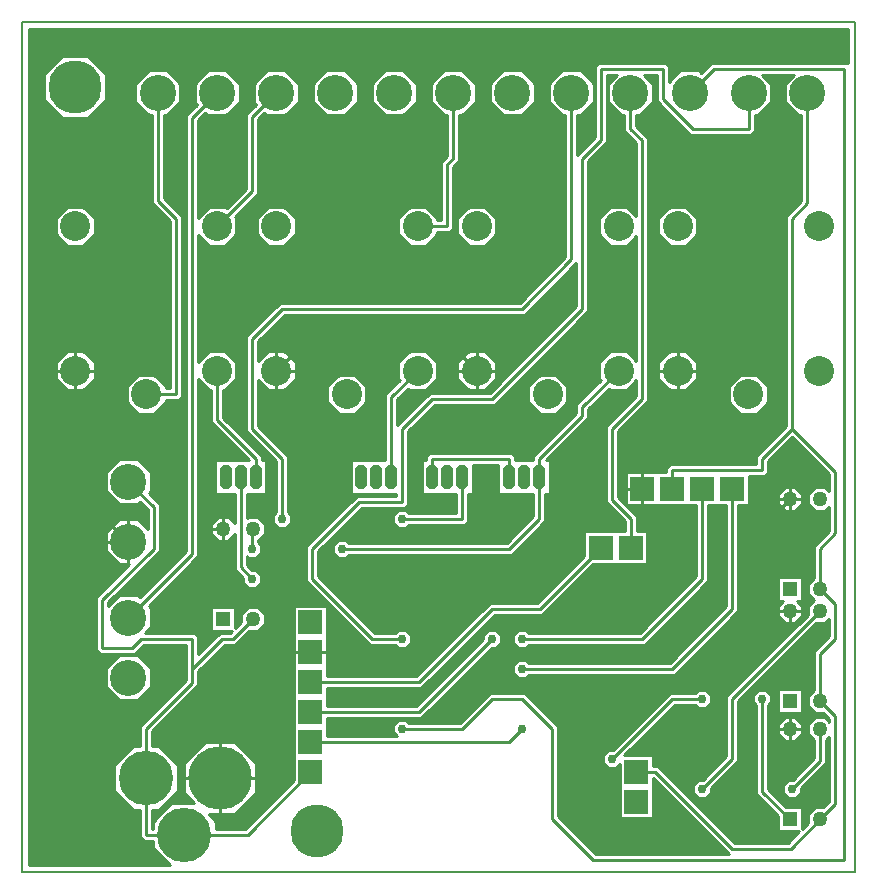
<source format=gbr>
G04 PROTEUS GERBER X2 FILE*
%TF.GenerationSoftware,Labcenter,Proteus,8.13-SP0-Build31525*%
%TF.CreationDate,2022-07-11T20:54:32+00:00*%
%TF.FileFunction,Copper,L2,Bot*%
%TF.FilePolarity,Positive*%
%TF.Part,Single*%
%TF.SameCoordinates,{67e9d6b1-9973-4f3b-b57f-a68231676cbc}*%
%FSLAX45Y45*%
%MOMM*%
G01*
%TA.AperFunction,Conductor*%
%ADD10C,0.254000*%
%TA.AperFunction,ViaPad*%
%ADD11C,0.762000*%
%TA.AperFunction,ComponentPad*%
%ADD12C,3.048000*%
%TA.AperFunction,ComponentPad*%
%ADD17R,1.270000X1.270000*%
%ADD18C,1.270000*%
%TA.AperFunction,ComponentPad*%
%ADD19C,2.540000*%
%TA.AperFunction,ComponentPad*%
%ADD70R,2.032000X2.032000*%
%TA.AperFunction,ComponentPad*%
%ADD71C,4.600000*%
%ADD20C,5.360000*%
%AMPPAD013*
4,1,34,
0.000010,1.040000,
0.106330,1.029650,
0.204650,0.999880,
0.293070,0.952590,
0.369690,0.889690,
0.432590,0.813070,
0.479880,0.724650,
0.509650,0.626330,
0.520000,0.520010,
0.520000,-0.520010,
0.509650,-0.626330,
0.479880,-0.724650,
0.432590,-0.813070,
0.369690,-0.889690,
0.293070,-0.952590,
0.204650,-0.999880,
0.106330,-1.029650,
-0.000010,-1.040000,
-0.106330,-1.029650,
-0.204650,-0.999880,
-0.293070,-0.952590,
-0.369690,-0.889690,
-0.432590,-0.813070,
-0.479880,-0.724650,
-0.509650,-0.626330,
-0.520000,-0.520010,
-0.520000,0.520010,
-0.509650,0.626330,
-0.479880,0.724650,
-0.432590,0.813070,
-0.369690,0.889690,
-0.293070,0.952590,
-0.204650,0.999880,
-0.106330,1.029650,
0.000010,1.040000,
0*%
%ADD21PPAD013*%
%TA.AperFunction,OtherPad,Unknown*%
%ADD23C,4.500000*%
%TA.AperFunction,Profile*%
%ADD24C,0.203200*%
%TD.AperFunction*%
G36*
X+6989040Y+6850292D02*
X+6982534Y+6856798D01*
X+5835838Y+6856798D01*
X+5749663Y+6770623D01*
X+5729787Y+6790499D01*
X+5571973Y+6790499D01*
X+5473439Y+6691965D01*
X+5473439Y+6827041D01*
X+5443681Y+6856799D01*
X+4879269Y+6856799D01*
X+4849511Y+6827041D01*
X+4849511Y+6223351D01*
X+4700919Y+6074759D01*
X+4700919Y+6409501D01*
X+4729027Y+6409501D01*
X+4840619Y+6521093D01*
X+4840619Y+6678907D01*
X+4729027Y+6790499D01*
X+4571213Y+6790499D01*
X+4459621Y+6678907D01*
X+4459621Y+6521093D01*
X+4571213Y+6409501D01*
X+4599321Y+6409501D01*
X+4599321Y+5211161D01*
X+4212959Y+4824799D01*
X+2180959Y+4824799D01*
X+1897201Y+4541041D01*
X+1897201Y+3736959D01*
X+2151201Y+3482959D01*
X+2151201Y+3052963D01*
X+2125801Y+3027563D01*
X+2125801Y+2964437D01*
X+2170437Y+2919801D01*
X+2233563Y+2919801D01*
X+2278199Y+2964437D01*
X+2278199Y+3027563D01*
X+2252799Y+3052963D01*
X+2252799Y+3525041D01*
X+1998799Y+3779041D01*
X+1998799Y+4167716D01*
X+2081614Y+4084901D01*
X+2218386Y+4084901D01*
X+2315099Y+4181614D01*
X+2315099Y+4318386D01*
X+2218386Y+4415099D01*
X+2081614Y+4415099D01*
X+1998799Y+4332284D01*
X+1998799Y+4498959D01*
X+2223041Y+4723201D01*
X+4255041Y+4723201D01*
X+4691201Y+5159361D01*
X+4691201Y+4795041D01*
X+3958959Y+4062799D01*
X+3450959Y+4062799D01*
X+3177799Y+3789639D01*
X+3177799Y+4005959D01*
X+3269178Y+4097338D01*
X+3281614Y+4084901D01*
X+3418386Y+4084901D01*
X+3515099Y+4181614D01*
X+3515099Y+4318386D01*
X+3418386Y+4415099D01*
X+3281614Y+4415099D01*
X+3184901Y+4318386D01*
X+3184901Y+4181614D01*
X+3197338Y+4169178D01*
X+3076201Y+4048041D01*
X+3076201Y+3492099D01*
X+2782901Y+3492099D01*
X+2782901Y+3207901D01*
X+3167201Y+3207901D01*
X+3167201Y+3190849D01*
X+2833009Y+3190849D01*
X+2405201Y+2763041D01*
X+2405201Y+2466959D01*
X+2942959Y+1929201D01*
X+3161037Y+1929201D01*
X+3186437Y+1903801D01*
X+3249563Y+1903801D01*
X+3294199Y+1948437D01*
X+3294199Y+2011563D01*
X+3249563Y+2056199D01*
X+3186437Y+2056199D01*
X+3161037Y+2030799D01*
X+2985041Y+2030799D01*
X+2506799Y+2509041D01*
X+2506799Y+2720959D01*
X+2875091Y+3089251D01*
X+3239041Y+3089251D01*
X+3268799Y+3119009D01*
X+3268799Y+3736959D01*
X+3493041Y+3961201D01*
X+4001041Y+3961201D01*
X+4792799Y+4752959D01*
X+4792799Y+6022959D01*
X+4951109Y+6181269D01*
X+4951109Y+6755201D01*
X+5036295Y+6755201D01*
X+4960001Y+6678907D01*
X+4960001Y+6521093D01*
X+5071593Y+6409501D01*
X+5099701Y+6409501D01*
X+5099701Y+6276959D01*
X+5199201Y+6177459D01*
X+5199201Y+5554284D01*
X+5118386Y+5635099D01*
X+4981614Y+5635099D01*
X+4884901Y+5538386D01*
X+4884901Y+5401614D01*
X+4981614Y+5304901D01*
X+5118386Y+5304901D01*
X+5199201Y+5385716D01*
X+5199201Y+4334284D01*
X+5118386Y+4415099D01*
X+4981614Y+4415099D01*
X+4884901Y+4318386D01*
X+4884901Y+4181614D01*
X+4897338Y+4169178D01*
X+4691201Y+3963041D01*
X+4691201Y+3890041D01*
X+4326201Y+3525041D01*
X+4326201Y+3492099D01*
X+4173799Y+3492099D01*
X+4173799Y+3525041D01*
X+4144041Y+3554799D01*
X+3451959Y+3554799D01*
X+3422201Y+3525041D01*
X+3422201Y+3492099D01*
X+3382901Y+3492099D01*
X+3382901Y+3207901D01*
X+3676201Y+3207901D01*
X+3676201Y+3046799D01*
X+3274963Y+3046799D01*
X+3249563Y+3072199D01*
X+3186437Y+3072199D01*
X+3141801Y+3027563D01*
X+3141801Y+2964437D01*
X+3186437Y+2919801D01*
X+3249563Y+2919801D01*
X+3274963Y+2945201D01*
X+3748041Y+2945201D01*
X+3777799Y+2974959D01*
X+3777799Y+3207901D01*
X+3817099Y+3207901D01*
X+3817099Y+3453201D01*
X+4032901Y+3453201D01*
X+4032901Y+3207901D01*
X+4326201Y+3207901D01*
X+4326201Y+3017041D01*
X+4101959Y+2792799D01*
X+2766963Y+2792799D01*
X+2741563Y+2818199D01*
X+2678437Y+2818199D01*
X+2633801Y+2773563D01*
X+2633801Y+2710437D01*
X+2678437Y+2665801D01*
X+2741563Y+2665801D01*
X+2766963Y+2691201D01*
X+4144041Y+2691201D01*
X+4427799Y+2974959D01*
X+4427799Y+3207901D01*
X+4467099Y+3207901D01*
X+4467099Y+3492099D01*
X+4436939Y+3492099D01*
X+4792799Y+3847959D01*
X+4792799Y+3920959D01*
X+4969178Y+4097338D01*
X+4981614Y+4084901D01*
X+5118386Y+4084901D01*
X+5199201Y+4165716D01*
X+5199201Y+4033041D01*
X+4945201Y+3779041D01*
X+4945201Y+3132959D01*
X+5103201Y+2974959D01*
X+5103201Y+2889699D01*
X+4760301Y+2889699D01*
X+4760301Y+2682141D01*
X+4362959Y+2284799D01*
X+3958959Y+2284799D01*
X+3336959Y+1662799D01*
X+2579398Y+1662799D01*
X+2579398Y+2259699D01*
X+2300000Y+2259699D01*
X+2300000Y+782141D01*
X+1888658Y+370799D01*
X+1643099Y+370799D01*
X+1643099Y+431050D01*
X+1580248Y+493901D01*
X+1801790Y+493901D01*
X+1981099Y+673210D01*
X+1981099Y+926790D01*
X+1801790Y+1106099D01*
X+1548210Y+1106099D01*
X+1368901Y+926790D01*
X+1368901Y+673210D01*
X+1454012Y+588099D01*
X+1263950Y+588099D01*
X+1106901Y+431050D01*
X+1106901Y+370799D01*
X+1100799Y+370799D01*
X+1100799Y+531901D01*
X+1161050Y+531901D01*
X+1318099Y+688950D01*
X+1318099Y+911050D01*
X+1161050Y+1068099D01*
X+1100798Y+1068099D01*
X+1100798Y+1196958D01*
X+1490799Y+1586959D01*
X+1490799Y+1704959D01*
X+1715041Y+1929201D01*
X+1805041Y+1929201D01*
X+1924241Y+2048401D01*
X+1996084Y+2048401D01*
X+2055599Y+2107916D01*
X+2055599Y+2192084D01*
X+1996084Y+2251599D01*
X+1911916Y+2251599D01*
X+1852401Y+2192084D01*
X+1852401Y+2120241D01*
X+1801599Y+2069439D01*
X+1801599Y+2251599D01*
X+1598401Y+2251599D01*
X+1598401Y+2048401D01*
X+1780561Y+2048401D01*
X+1762959Y+2030799D01*
X+1672959Y+2030799D01*
X+1490799Y+1848639D01*
X+1490799Y+2001041D01*
X+1461041Y+2030799D01*
X+1042205Y+2030799D01*
X+1090499Y+2079093D01*
X+1090499Y+2236907D01*
X+1070623Y+2256783D01*
X+1490799Y+2676959D01*
X+1490799Y+4175716D01*
X+1581614Y+4084901D01*
X+1599201Y+4084901D01*
X+1599202Y+3809958D01*
X+1917061Y+3492099D01*
X+1632901Y+3492099D01*
X+1632901Y+3207901D01*
X+1799201Y+3207901D01*
X+1799201Y+2956482D01*
X+1742084Y+3013599D01*
X+1657916Y+3013599D01*
X+1598401Y+2954084D01*
X+1598401Y+2869916D01*
X+1657916Y+2810401D01*
X+1742084Y+2810401D01*
X+1799201Y+2867518D01*
X+1799201Y+2564959D01*
X+1871801Y+2492359D01*
X+1871801Y+2456437D01*
X+1916437Y+2411801D01*
X+1979563Y+2411801D01*
X+2024199Y+2456437D01*
X+2024199Y+2519563D01*
X+1979563Y+2564199D01*
X+1943641Y+2564199D01*
X+1900799Y+2607041D01*
X+1900799Y+2681439D01*
X+1916437Y+2665801D01*
X+1979563Y+2665801D01*
X+2024199Y+2710437D01*
X+2024199Y+2773563D01*
X+1998799Y+2798963D01*
X+1998799Y+2813116D01*
X+2055599Y+2869916D01*
X+2055599Y+2954084D01*
X+1996084Y+3013599D01*
X+1911916Y+3013599D01*
X+1900799Y+3002482D01*
X+1900799Y+3207901D01*
X+2067099Y+3207901D01*
X+2067099Y+3492099D01*
X+2027799Y+3492099D01*
X+2027799Y+3525041D01*
X+1700798Y+3852042D01*
X+1700799Y+4084901D01*
X+1718386Y+4084901D01*
X+1815099Y+4181614D01*
X+1815099Y+4318386D01*
X+1718386Y+4415099D01*
X+1581614Y+4415099D01*
X+1490799Y+4324284D01*
X+1490799Y+5395716D01*
X+1581614Y+5304901D01*
X+1718386Y+5304901D01*
X+1815099Y+5401614D01*
X+1815099Y+5538386D01*
X+1802662Y+5550822D01*
X+1998799Y+5746959D01*
X+1998799Y+6376199D01*
X+2051977Y+6429377D01*
X+2071853Y+6409501D01*
X+2229667Y+6409501D01*
X+2341259Y+6521093D01*
X+2341259Y+6678907D01*
X+2229667Y+6790499D01*
X+2071853Y+6790499D01*
X+1960261Y+6678907D01*
X+1960261Y+6521093D01*
X+1980137Y+6501217D01*
X+1897201Y+6418281D01*
X+1897201Y+5789041D01*
X+1730822Y+5622662D01*
X+1718386Y+5635099D01*
X+1581614Y+5635099D01*
X+1490799Y+5544284D01*
X+1490799Y+6368579D01*
X+1551597Y+6429377D01*
X+1571473Y+6409501D01*
X+1729287Y+6409501D01*
X+1840879Y+6521093D01*
X+1840879Y+6678907D01*
X+1729287Y+6790499D01*
X+1571473Y+6790499D01*
X+1459881Y+6678907D01*
X+1459881Y+6521093D01*
X+1479757Y+6501217D01*
X+1389201Y+6410661D01*
X+1389201Y+2719041D01*
X+998783Y+2328623D01*
X+978907Y+2348499D01*
X+821093Y+2348499D01*
X+728799Y+2256205D01*
X+728799Y+2286109D01*
X+1163649Y+2720959D01*
X+1163649Y+3116191D01*
X+1070623Y+3209217D01*
X+1090499Y+3229093D01*
X+1090499Y+3386907D01*
X+978907Y+3498499D01*
X+821093Y+3498499D01*
X+709501Y+3386907D01*
X+709501Y+3229093D01*
X+821093Y+3117501D01*
X+978907Y+3117501D01*
X+998783Y+3137377D01*
X+1062051Y+3074109D01*
X+1062051Y+2907355D01*
X+978907Y+2990499D01*
X+821093Y+2990499D01*
X+709501Y+2878907D01*
X+709501Y+2721093D01*
X+821093Y+2609501D01*
X+908511Y+2609501D01*
X+627201Y+2328191D01*
X+627201Y+1882959D01*
X+656959Y+1853201D01*
X+953041Y+1853201D01*
X+1029041Y+1929201D01*
X+1389201Y+1929201D01*
X+1389201Y+1629041D01*
X+999202Y+1239042D01*
X+999202Y+1068099D01*
X+938950Y+1068099D01*
X+781901Y+911050D01*
X+781901Y+688950D01*
X+938950Y+531901D01*
X+999201Y+531901D01*
X+999201Y+298959D01*
X+1028959Y+269201D01*
X+1106901Y+269201D01*
X+1106901Y+208950D01*
X+1254891Y+60960D01*
X+60960Y+60960D01*
X+60960Y+7139040D01*
X+6989040Y+7139040D01*
X+6989040Y+6850292D01*
G37*
%LPC*%
G36*
X+1340499Y+6678907D02*
X+1340499Y+6521093D01*
X+1228907Y+6409501D01*
X+1200799Y+6409501D01*
X+1200799Y+5707041D01*
X+1350799Y+5557041D01*
X+1350799Y+4028959D01*
X+1321041Y+3999201D01*
X+1215099Y+3999201D01*
X+1215099Y+3981614D01*
X+1118386Y+3884901D01*
X+981614Y+3884901D01*
X+884901Y+3981614D01*
X+884901Y+4118386D01*
X+981614Y+4215099D01*
X+1118386Y+4215099D01*
X+1215099Y+4118386D01*
X+1215099Y+4100799D01*
X+1249201Y+4100799D01*
X+1249201Y+5514959D01*
X+1099201Y+5664959D01*
X+1099201Y+6409501D01*
X+1071093Y+6409501D01*
X+959501Y+6521093D01*
X+959501Y+6678907D01*
X+1071093Y+6790499D01*
X+1228907Y+6790499D01*
X+1340499Y+6678907D01*
G37*
G36*
X+2460641Y+6521093D02*
X+2460641Y+6678907D01*
X+2572233Y+6790499D01*
X+2730047Y+6790499D01*
X+2841639Y+6678907D01*
X+2841639Y+6521093D01*
X+2730047Y+6409501D01*
X+2572233Y+6409501D01*
X+2460641Y+6521093D01*
G37*
G36*
X+2958481Y+6521093D02*
X+2958481Y+6678907D01*
X+3070073Y+6790499D01*
X+3227887Y+6790499D01*
X+3339479Y+6678907D01*
X+3339479Y+6521093D01*
X+3227887Y+6409501D01*
X+3070073Y+6409501D01*
X+2958481Y+6521093D01*
G37*
G36*
X+3839859Y+6678907D02*
X+3839859Y+6521093D01*
X+3728267Y+6409501D01*
X+3700159Y+6409501D01*
X+3700158Y+6022958D01*
X+3650799Y+5973599D01*
X+3650799Y+5448959D01*
X+3621041Y+5419201D01*
X+3515099Y+5419201D01*
X+3515099Y+5401614D01*
X+3418386Y+5304901D01*
X+3281614Y+5304901D01*
X+3184901Y+5401614D01*
X+3184901Y+5538386D01*
X+3281614Y+5635099D01*
X+3418386Y+5635099D01*
X+3515099Y+5538386D01*
X+3515099Y+5520799D01*
X+3549201Y+5520799D01*
X+3549201Y+6015681D01*
X+3598562Y+6065042D01*
X+3598561Y+6409501D01*
X+3570453Y+6409501D01*
X+3458861Y+6521093D01*
X+3458861Y+6678907D01*
X+3570453Y+6790499D01*
X+3728267Y+6790499D01*
X+3839859Y+6678907D01*
G37*
G36*
X+3959241Y+6521093D02*
X+3959241Y+6678907D01*
X+4070833Y+6790499D01*
X+4228647Y+6790499D01*
X+4340239Y+6678907D01*
X+4340239Y+6521093D01*
X+4228647Y+6409501D01*
X+4070833Y+6409501D01*
X+3959241Y+6521093D01*
G37*
G36*
X+978907Y+1459501D02*
X+821093Y+1459501D01*
X+709501Y+1571093D01*
X+709501Y+1728907D01*
X+821093Y+1840499D01*
X+978907Y+1840499D01*
X+1090499Y+1728907D01*
X+1090499Y+1571093D01*
X+978907Y+1459501D01*
G37*
G36*
X+2818386Y+3884901D02*
X+2681614Y+3884901D01*
X+2584901Y+3981614D01*
X+2584901Y+4118386D01*
X+2681614Y+4215099D01*
X+2818386Y+4215099D01*
X+2915099Y+4118386D01*
X+2915099Y+3981614D01*
X+2818386Y+3884901D01*
G37*
G36*
X+2218386Y+5304901D02*
X+2081614Y+5304901D01*
X+1984901Y+5401614D01*
X+1984901Y+5538386D01*
X+2081614Y+5635099D01*
X+2218386Y+5635099D01*
X+2315099Y+5538386D01*
X+2315099Y+5401614D01*
X+2218386Y+5304901D01*
G37*
G36*
X+518386Y+4084901D02*
X+381614Y+4084901D01*
X+284901Y+4181614D01*
X+284901Y+4318386D01*
X+381614Y+4415099D01*
X+518386Y+4415099D01*
X+615099Y+4318386D01*
X+615099Y+4181614D01*
X+518386Y+4084901D01*
G37*
G36*
X+518386Y+5304901D02*
X+381614Y+5304901D01*
X+284901Y+5401614D01*
X+284901Y+5538386D01*
X+381614Y+5635099D01*
X+518386Y+5635099D01*
X+615099Y+5538386D01*
X+615099Y+5401614D01*
X+518386Y+5304901D01*
G37*
G36*
X+3918386Y+4084901D02*
X+3781614Y+4084901D01*
X+3684901Y+4181614D01*
X+3684901Y+4318386D01*
X+3781614Y+4415099D01*
X+3918386Y+4415099D01*
X+4015099Y+4318386D01*
X+4015099Y+4181614D01*
X+3918386Y+4084901D01*
G37*
G36*
X+4518386Y+3884901D02*
X+4381614Y+3884901D01*
X+4284901Y+3981614D01*
X+4284901Y+4118386D01*
X+4381614Y+4215099D01*
X+4518386Y+4215099D01*
X+4615099Y+4118386D01*
X+4615099Y+3981614D01*
X+4518386Y+3884901D01*
G37*
G36*
X+3918386Y+5304901D02*
X+3781614Y+5304901D01*
X+3684901Y+5401614D01*
X+3684901Y+5538386D01*
X+3781614Y+5635099D01*
X+3918386Y+5635099D01*
X+4015099Y+5538386D01*
X+4015099Y+5401614D01*
X+3918386Y+5304901D01*
G37*
G36*
X+186901Y+6541021D02*
X+186901Y+6758979D01*
X+341021Y+6913099D01*
X+558979Y+6913099D01*
X+713099Y+6758979D01*
X+713099Y+6541021D01*
X+558979Y+6386901D01*
X+341021Y+6386901D01*
X+186901Y+6541021D01*
G37*
G36*
X+2932250Y+2474849D02*
X+2932250Y+2501151D01*
X+2950849Y+2519750D01*
X+2977151Y+2519750D01*
X+2995750Y+2501151D01*
X+2995750Y+2474849D01*
X+2977151Y+2456250D01*
X+2950849Y+2456250D01*
X+2932250Y+2474849D01*
G37*
%LPD*%
G36*
X+6458601Y+6678907D02*
X+6458601Y+6521093D01*
X+6570193Y+6409501D01*
X+6598301Y+6409501D01*
X+6598301Y+5686141D01*
X+6469201Y+5557041D01*
X+6469201Y+3779041D01*
X+6215201Y+3525041D01*
X+6215201Y+3456374D01*
X+5482959Y+3456374D01*
X+5453201Y+3426616D01*
X+5453201Y+3389699D01*
X+5110301Y+3389699D01*
X+5110301Y+3111539D01*
X+5046799Y+3175041D01*
X+5046799Y+3736959D01*
X+5300799Y+3990959D01*
X+5300799Y+6219541D01*
X+5201299Y+6319041D01*
X+5201299Y+6409501D01*
X+5229407Y+6409501D01*
X+5340999Y+6521093D01*
X+5340999Y+6678907D01*
X+5264705Y+6755201D01*
X+5371841Y+6755201D01*
X+5371841Y+6530959D01*
X+5655599Y+6247201D01*
X+6172301Y+6247201D01*
X+6202059Y+6276959D01*
X+6202059Y+6409501D01*
X+6230167Y+6409501D01*
X+6341759Y+6521093D01*
X+6341759Y+6678907D01*
X+6265464Y+6755202D01*
X+6534896Y+6755202D01*
X+6458601Y+6678907D01*
G37*
%LPC*%
G36*
X+5618386Y+4084901D02*
X+5481614Y+4084901D01*
X+5384901Y+4181614D01*
X+5384901Y+4318386D01*
X+5481614Y+4415099D01*
X+5618386Y+4415099D01*
X+5715099Y+4318386D01*
X+5715099Y+4181614D01*
X+5618386Y+4084901D01*
G37*
G36*
X+6218386Y+3884901D02*
X+6081614Y+3884901D01*
X+5984901Y+3981614D01*
X+5984901Y+4118386D01*
X+6081614Y+4215099D01*
X+6218386Y+4215099D01*
X+6315099Y+4118386D01*
X+6315099Y+3981614D01*
X+6218386Y+3884901D01*
G37*
G36*
X+5618386Y+5304901D02*
X+5481614Y+5304901D01*
X+5384901Y+5401614D01*
X+5384901Y+5538386D01*
X+5481614Y+5635099D01*
X+5618386Y+5635099D01*
X+5715099Y+5538386D01*
X+5715099Y+5401614D01*
X+5618386Y+5304901D01*
G37*
%LPD*%
G36*
X+6832347Y+3373813D02*
X+6832347Y+3227336D01*
X+6796084Y+3263599D01*
X+6711916Y+3263599D01*
X+6652401Y+3204084D01*
X+6652401Y+3119916D01*
X+6711916Y+3060401D01*
X+6796084Y+3060401D01*
X+6832347Y+3096664D01*
X+6832347Y+2892187D01*
X+6703201Y+2763041D01*
X+6703201Y+2492884D01*
X+6652401Y+2442084D01*
X+6652401Y+2357916D01*
X+6704317Y+2306000D01*
X+6652401Y+2254084D01*
X+6652401Y+2182241D01*
X+5961201Y+1491041D01*
X+5961201Y+985041D01*
X+5762359Y+786199D01*
X+5726437Y+786199D01*
X+5681801Y+741563D01*
X+5681801Y+678437D01*
X+5726437Y+633801D01*
X+5789563Y+633801D01*
X+5834199Y+678437D01*
X+5834199Y+714359D01*
X+6062799Y+942959D01*
X+6062799Y+1448959D01*
X+6724241Y+2110401D01*
X+6796084Y+2110401D01*
X+6832347Y+2146664D01*
X+6832347Y+2001041D01*
X+6703201Y+1871895D01*
X+6703201Y+1542884D01*
X+6652401Y+1492084D01*
X+6652401Y+1407916D01*
X+6711916Y+1348401D01*
X+6783759Y+1348401D01*
X+6832347Y+1299813D01*
X+6832347Y+1277336D01*
X+6796084Y+1313599D01*
X+6711916Y+1313599D01*
X+6652401Y+1254084D01*
X+6652401Y+1169916D01*
X+6703201Y+1119116D01*
X+6703201Y+965041D01*
X+6524359Y+786199D01*
X+6488437Y+786199D01*
X+6443801Y+741563D01*
X+6443801Y+678437D01*
X+6488437Y+633801D01*
X+6551563Y+633801D01*
X+6596199Y+678437D01*
X+6596199Y+714359D01*
X+6804799Y+922959D01*
X+6804799Y+1119116D01*
X+6832347Y+1146664D01*
X+6832347Y+600187D01*
X+6783759Y+551599D01*
X+6711916Y+551599D01*
X+6652401Y+492084D01*
X+6652401Y+420241D01*
X+6601599Y+369439D01*
X+6601599Y+551599D01*
X+6470241Y+551599D01*
X+6316799Y+705041D01*
X+6316799Y+1415037D01*
X+6342199Y+1440437D01*
X+6342199Y+1503563D01*
X+6297563Y+1548199D01*
X+6234437Y+1548199D01*
X+6189801Y+1503563D01*
X+6189801Y+1440437D01*
X+6215201Y+1415037D01*
X+6215201Y+662959D01*
X+6398401Y+479759D01*
X+6398401Y+348401D01*
X+6580561Y+348401D01*
X+6484959Y+252799D01*
X+6033041Y+252799D01*
X+5381041Y+904799D01*
X+5339699Y+904799D01*
X+5339699Y+993699D01*
X+5097539Y+993699D01*
X+5525041Y+1421201D01*
X+5701037Y+1421201D01*
X+5726437Y+1395801D01*
X+5789563Y+1395801D01*
X+5834199Y+1440437D01*
X+5834199Y+1503563D01*
X+5789563Y+1548199D01*
X+5726437Y+1548199D01*
X+5701037Y+1522799D01*
X+5482959Y+1522799D01*
X+5000359Y+1040199D01*
X+4964437Y+1040199D01*
X+4919801Y+995563D01*
X+4919801Y+932437D01*
X+4964437Y+887801D01*
X+5027563Y+887801D01*
X+5060301Y+920539D01*
X+5060301Y+460301D01*
X+5339699Y+460301D01*
X+5339699Y+802461D01*
X+5985281Y+156879D01*
X+4858961Y+156879D01*
X+4538799Y+477041D01*
X+4538799Y+1239041D01*
X+4255041Y+1522799D01*
X+3958959Y+1522799D01*
X+3704959Y+1268799D01*
X+3274963Y+1268799D01*
X+3249563Y+1294199D01*
X+3186437Y+1294199D01*
X+3141801Y+1249563D01*
X+3141801Y+1186437D01*
X+3173439Y+1154799D01*
X+2579398Y+1154799D01*
X+2579398Y+1307201D01*
X+3379041Y+1307201D01*
X+3975641Y+1903801D01*
X+4011563Y+1903801D01*
X+4056199Y+1948437D01*
X+4056199Y+2011563D01*
X+4011563Y+2056199D01*
X+3948437Y+2056199D01*
X+3903801Y+2011563D01*
X+3903801Y+1975641D01*
X+3336959Y+1408799D01*
X+2579398Y+1408799D01*
X+2579398Y+1561201D01*
X+3379041Y+1561201D01*
X+4001041Y+2183201D01*
X+4405041Y+2183201D01*
X+4832141Y+2610301D01*
X+5293699Y+2610301D01*
X+5293699Y+2889699D01*
X+5204799Y+2889699D01*
X+5204799Y+3017041D01*
X+5111539Y+3110301D01*
X+5707201Y+3110301D01*
X+5707201Y+2509041D01*
X+5228959Y+2030799D01*
X+4290963Y+2030799D01*
X+4265563Y+2056199D01*
X+4202437Y+2056199D01*
X+4157801Y+2011563D01*
X+4157801Y+1948437D01*
X+4202437Y+1903801D01*
X+4265563Y+1903801D01*
X+4290963Y+1929201D01*
X+5271041Y+1929201D01*
X+5808799Y+2466959D01*
X+5808799Y+3110301D01*
X+5961201Y+3110301D01*
X+5961201Y+2255041D01*
X+5482959Y+1776799D01*
X+4290963Y+1776799D01*
X+4265563Y+1802199D01*
X+4202437Y+1802199D01*
X+4157801Y+1757563D01*
X+4157801Y+1694437D01*
X+4202437Y+1649801D01*
X+4265563Y+1649801D01*
X+4290963Y+1675201D01*
X+5525041Y+1675201D01*
X+6062799Y+2212959D01*
X+6062799Y+3110301D01*
X+6151699Y+3110301D01*
X+6151699Y+3354776D01*
X+6287042Y+3354776D01*
X+6316799Y+3384533D01*
X+6316799Y+3482959D01*
X+6520000Y+3686160D01*
X+6832347Y+3373813D01*
G37*
%LPC*%
G36*
X+6601599Y+2298401D02*
X+6557282Y+2298401D01*
X+6601599Y+2254084D01*
X+6601599Y+2169916D01*
X+6542084Y+2110401D01*
X+6457916Y+2110401D01*
X+6398401Y+2169916D01*
X+6398401Y+2254084D01*
X+6442718Y+2298401D01*
X+6398401Y+2298401D01*
X+6398401Y+2501599D01*
X+6601599Y+2501599D01*
X+6601599Y+2298401D01*
G37*
G36*
X+6398401Y+3119916D02*
X+6398401Y+3204084D01*
X+6457916Y+3263599D01*
X+6542084Y+3263599D01*
X+6601599Y+3204084D01*
X+6601599Y+3119916D01*
X+6542084Y+3060401D01*
X+6457916Y+3060401D01*
X+6398401Y+3119916D01*
G37*
G36*
X+6398401Y+1551599D02*
X+6601599Y+1551599D01*
X+6601599Y+1348401D01*
X+6398401Y+1348401D01*
X+6398401Y+1551599D01*
G37*
G36*
X+6398401Y+1169916D02*
X+6398401Y+1254084D01*
X+6457916Y+1313599D01*
X+6542084Y+1313599D01*
X+6601599Y+1254084D01*
X+6601599Y+1169916D01*
X+6542084Y+1110401D01*
X+6457916Y+1110401D01*
X+6398401Y+1169916D01*
G37*
%LPD*%
D10*
X+1050000Y+4050000D02*
X+1300000Y+4050000D01*
X+1300000Y+5536000D01*
X+1150000Y+5686000D01*
X+1150000Y+6600000D01*
X+1650380Y+6600000D02*
X+1440000Y+6389620D01*
X+1440000Y+2698000D01*
X+900000Y+2158000D01*
X+2150760Y+6600000D02*
X+1948000Y+6397240D01*
X+1948000Y+5768000D01*
X+1650000Y+5470000D01*
X+3649360Y+6600000D02*
X+3649360Y+6044000D01*
X+3600000Y+5994640D01*
X+3600000Y+5470000D01*
X+3350000Y+5470000D01*
X+2202000Y+2996000D02*
X+2202000Y+3504000D01*
X+1948000Y+3758000D01*
X+1948000Y+4520000D01*
X+2202000Y+4774000D01*
X+4234000Y+4774000D01*
X+4650120Y+5190120D01*
X+4650120Y+6600000D01*
X+5150500Y+6600000D02*
X+5150500Y+6298000D01*
X+5250000Y+6198500D01*
X+5250000Y+4012000D01*
X+4996000Y+3758000D01*
X+4996000Y+3154000D01*
X+5154000Y+2996000D01*
X+5154000Y+2750000D01*
X+3218000Y+1218000D02*
X+3726000Y+1218000D01*
X+3980000Y+1472000D01*
X+4234000Y+1472000D01*
X+4488000Y+1218000D01*
X+4488000Y+456000D01*
X+4837920Y+106080D01*
X+6961493Y+106080D01*
X+6961493Y+6806000D01*
X+5856880Y+6806000D01*
X+5650880Y+6600000D01*
X+3218000Y+1980000D02*
X+2964000Y+1980000D01*
X+2456000Y+2488000D01*
X+2456000Y+2742000D01*
X+2854050Y+3140050D01*
X+3218000Y+3140050D01*
X+3218000Y+3758000D01*
X+3472000Y+4012000D01*
X+3980000Y+4012000D01*
X+4742000Y+4774000D01*
X+4742000Y+6044000D01*
X+4900310Y+6202310D01*
X+4900310Y+6806000D01*
X+5422640Y+6806000D01*
X+5422640Y+6552000D01*
X+5676640Y+6298000D01*
X+6151260Y+6298000D01*
X+6151260Y+6600000D01*
X+1948000Y+2742000D02*
X+1948000Y+2906000D01*
X+1954000Y+2912000D01*
X+1948000Y+2488000D02*
X+1850000Y+2586000D01*
X+1850000Y+3350000D01*
X+1977000Y+3350000D02*
X+1977000Y+3504000D01*
X+1650000Y+3831000D01*
X+1650000Y+4250000D01*
X+4234000Y+1218000D02*
X+4120000Y+1104000D01*
X+2439699Y+1104000D01*
X+4377000Y+3350000D02*
X+4377000Y+3504000D01*
X+4742000Y+3869000D01*
X+4742000Y+3942000D01*
X+5050000Y+4250000D01*
X+4377000Y+3350000D02*
X+4377000Y+2996000D01*
X+4123000Y+2742000D01*
X+2710000Y+2742000D01*
X+5758000Y+710000D02*
X+6012000Y+964000D01*
X+6012000Y+1470000D01*
X+6754000Y+2212000D01*
X+3727000Y+3350000D02*
X+3727000Y+2996000D01*
X+3218000Y+2996000D01*
X+4996000Y+964000D02*
X+5504000Y+1472000D01*
X+5758000Y+1472000D01*
X+6266000Y+1472000D02*
X+6266000Y+684000D01*
X+6500000Y+450000D01*
X+6520000Y+710000D02*
X+6754000Y+944000D01*
X+6754000Y+1212000D01*
X+3350000Y+4250000D02*
X+3127000Y+4027000D01*
X+3127000Y+3350000D01*
X+4900000Y+2750000D02*
X+4384000Y+2234000D01*
X+3980000Y+2234000D01*
X+3358000Y+1612000D01*
X+2439699Y+1612000D01*
X+4234000Y+1726000D02*
X+5504000Y+1726000D01*
X+6012000Y+2234000D01*
X+6012000Y+3250000D01*
X+4234000Y+1980000D02*
X+5250000Y+1980000D01*
X+5758000Y+2488000D01*
X+5758000Y+3250000D01*
X+3980000Y+1980000D02*
X+3358000Y+1358000D01*
X+2439699Y+1358000D01*
X+6754000Y+450000D02*
X+6506000Y+202000D01*
X+6012000Y+202000D01*
X+5360000Y+854000D01*
X+5200000Y+854000D01*
X+1375000Y+320000D02*
X+1909699Y+320000D01*
X+2439699Y+850000D01*
X+1050000Y+800000D02*
X+1050000Y+1218000D01*
X+1440000Y+1608000D01*
X+1440000Y+1726000D01*
X+6520000Y+3758000D02*
X+6520000Y+5536000D01*
X+6649100Y+5665100D01*
X+6649100Y+6600000D01*
X+900000Y+3308000D02*
X+1112850Y+3095150D01*
X+1112850Y+2742000D01*
X+678000Y+2307150D01*
X+678000Y+1904000D01*
X+932000Y+1904000D01*
X+1008000Y+1980000D01*
X+1440000Y+1980000D01*
X+1440000Y+1726000D01*
X+6754000Y+2400000D02*
X+6754000Y+2742000D01*
X+6883146Y+2871146D01*
X+6883146Y+3394854D01*
X+6520000Y+3758000D01*
X+1375000Y+320000D02*
X+1050000Y+320000D01*
X+1050000Y+800000D01*
X+5504000Y+3250000D02*
X+5504000Y+3405575D01*
X+6266000Y+3405575D01*
X+1954000Y+2150000D02*
X+1784000Y+1980000D01*
X+1694000Y+1980000D01*
X+1440000Y+1726000D01*
X+6754000Y+1450000D02*
X+6883146Y+1320854D01*
X+6883146Y+579146D01*
X+6754000Y+450000D01*
X+6754000Y+2400000D02*
X+6883146Y+2270854D01*
X+6883146Y+1980000D01*
X+6754000Y+1850854D01*
X+6754000Y+1450000D01*
X+4123000Y+3350000D02*
X+4123000Y+3504000D01*
X+3473000Y+3504000D01*
X+3473000Y+3350000D01*
X+6266000Y+3504000D02*
X+6520000Y+3758000D01*
X+6266000Y+3504000D02*
X+6266000Y+3416687D01*
X+6266000Y+3405575D01*
X+2202000Y+1866000D02*
X+1675000Y+1339000D01*
X+1675000Y+800000D01*
X+1700000Y+2912000D02*
X+1700000Y+2331700D01*
X+1948000Y+2331700D01*
X+2202000Y+2077700D01*
X+2202000Y+1866000D01*
X+900000Y+2800000D02*
X+450000Y+3250000D01*
X+450000Y+4250000D01*
X+2439699Y+1866000D02*
X+2202000Y+1866000D01*
X+2439699Y+1866000D02*
X+3357700Y+1866000D01*
X+3357700Y+2234000D01*
X+3103700Y+2488000D01*
X+2964000Y+2488000D01*
X+5550000Y+4250000D02*
X+5550000Y+3758000D01*
X+5250000Y+3458000D01*
X+5250000Y+3250000D01*
X+2150000Y+4250000D02*
X+2420000Y+4520000D01*
X+3580000Y+4520000D01*
X+3850000Y+4250000D01*
X+6500000Y+3162000D02*
X+6266000Y+2928000D01*
X+6266000Y+2212000D01*
X+6500000Y+2212000D01*
D11*
X+2202000Y+2996000D03*
X+3218000Y+1218000D03*
X+3218000Y+1980000D03*
X+1948000Y+2742000D03*
X+1948000Y+2488000D03*
X+4234000Y+1218000D03*
X+2710000Y+2742000D03*
X+5758000Y+710000D03*
X+3218000Y+2996000D03*
X+5758000Y+1472000D03*
X+4996000Y+964000D03*
X+6266000Y+1472000D03*
X+6520000Y+710000D03*
X+4234000Y+1726000D03*
X+4234000Y+1980000D03*
X+3980000Y+1980000D03*
X+2964000Y+2488000D03*
D10*
X+6989040Y+6850292D02*
X+6982534Y+6856798D01*
X+5835838Y+6856798D01*
X+5749663Y+6770623D01*
X+5729787Y+6790499D01*
X+5571973Y+6790499D01*
X+5473439Y+6691965D01*
X+5473439Y+6827041D01*
X+5443681Y+6856799D01*
X+4879269Y+6856799D01*
X+4849511Y+6827041D01*
X+4849511Y+6223351D01*
X+4700919Y+6074759D01*
X+4700919Y+6409501D01*
X+4729027Y+6409501D01*
X+4840619Y+6521093D01*
X+4840619Y+6678907D01*
X+4729027Y+6790499D01*
X+4571213Y+6790499D01*
X+4459621Y+6678907D01*
X+4459621Y+6521093D01*
X+4571213Y+6409501D01*
X+4599321Y+6409501D01*
X+4599321Y+5211161D01*
X+4212959Y+4824799D01*
X+2180959Y+4824799D01*
X+1897201Y+4541041D01*
X+1897201Y+3736959D01*
X+2151201Y+3482959D01*
X+2151201Y+3052963D01*
X+2125801Y+3027563D01*
X+2125801Y+2964437D01*
X+2170437Y+2919801D01*
X+2233563Y+2919801D01*
X+2278199Y+2964437D01*
X+2278199Y+3027563D01*
X+2252799Y+3052963D01*
X+2252799Y+3525041D01*
X+1998799Y+3779041D01*
X+1998799Y+4167716D01*
X+2081614Y+4084901D01*
X+2218386Y+4084901D01*
X+2315099Y+4181614D01*
X+2315099Y+4318386D01*
X+2218386Y+4415099D01*
X+2081614Y+4415099D01*
X+1998799Y+4332284D01*
X+1998799Y+4498959D01*
X+2223041Y+4723201D01*
X+4255041Y+4723201D01*
X+4691201Y+5159361D01*
X+4691201Y+4795041D01*
X+3958959Y+4062799D01*
X+3450959Y+4062799D01*
X+3177799Y+3789639D01*
X+3177799Y+4005959D01*
X+3269178Y+4097338D01*
X+3281614Y+4084901D01*
X+3418386Y+4084901D01*
X+3515099Y+4181614D01*
X+3515099Y+4318386D01*
X+3418386Y+4415099D01*
X+3281614Y+4415099D01*
X+3184901Y+4318386D01*
X+3184901Y+4181614D01*
X+3197338Y+4169178D01*
X+3076201Y+4048041D01*
X+3076201Y+3492099D01*
X+2782901Y+3492099D01*
X+2782901Y+3207901D01*
X+3167201Y+3207901D01*
X+3167201Y+3190849D01*
X+2833009Y+3190849D01*
X+2405201Y+2763041D01*
X+2405201Y+2466959D01*
X+2942959Y+1929201D01*
X+3161037Y+1929201D01*
X+3186437Y+1903801D01*
X+3249563Y+1903801D01*
X+3294199Y+1948437D01*
X+3294199Y+2011563D01*
X+3249563Y+2056199D01*
X+3186437Y+2056199D01*
X+3161037Y+2030799D01*
X+2985041Y+2030799D01*
X+2506799Y+2509041D01*
X+2506799Y+2720959D01*
X+2875091Y+3089251D01*
X+3239041Y+3089251D01*
X+3268799Y+3119009D01*
X+3268799Y+3736959D01*
X+3493041Y+3961201D01*
X+4001041Y+3961201D01*
X+4792799Y+4752959D01*
X+4792799Y+6022959D01*
X+4951109Y+6181269D01*
X+4951109Y+6755201D01*
X+5036295Y+6755201D01*
X+4960001Y+6678907D01*
X+4960001Y+6521093D01*
X+5071593Y+6409501D01*
X+5099701Y+6409501D01*
X+5099701Y+6276959D01*
X+5199201Y+6177459D01*
X+5199201Y+5554284D01*
X+5118386Y+5635099D01*
X+4981614Y+5635099D01*
X+4884901Y+5538386D01*
X+4884901Y+5401614D01*
X+4981614Y+5304901D01*
X+5118386Y+5304901D01*
X+5199201Y+5385716D01*
X+5199201Y+4334284D01*
X+5118386Y+4415099D01*
X+4981614Y+4415099D01*
X+4884901Y+4318386D01*
X+4884901Y+4181614D01*
X+4897338Y+4169178D01*
X+4691201Y+3963041D01*
X+4691201Y+3890041D01*
X+4326201Y+3525041D01*
X+4326201Y+3492099D01*
X+4173799Y+3492099D01*
X+4173799Y+3525041D01*
X+4144041Y+3554799D01*
X+3451959Y+3554799D01*
X+3422201Y+3525041D01*
X+3422201Y+3492099D01*
X+3382901Y+3492099D01*
X+3382901Y+3207901D01*
X+3676201Y+3207901D01*
X+3676201Y+3046799D01*
X+3274963Y+3046799D01*
X+3249563Y+3072199D01*
X+3186437Y+3072199D01*
X+3141801Y+3027563D01*
X+3141801Y+2964437D01*
X+3186437Y+2919801D01*
X+3249563Y+2919801D01*
X+3274963Y+2945201D01*
X+3748041Y+2945201D01*
X+3777799Y+2974959D01*
X+3777799Y+3207901D01*
X+3817099Y+3207901D01*
X+3817099Y+3453201D01*
X+4032901Y+3453201D01*
X+4032901Y+3207901D01*
X+4326201Y+3207901D01*
X+4326201Y+3017041D01*
X+4101959Y+2792799D01*
X+2766963Y+2792799D01*
X+2741563Y+2818199D01*
X+2678437Y+2818199D01*
X+2633801Y+2773563D01*
X+2633801Y+2710437D01*
X+2678437Y+2665801D01*
X+2741563Y+2665801D01*
X+2766963Y+2691201D01*
X+4144041Y+2691201D01*
X+4427799Y+2974959D01*
X+4427799Y+3207901D01*
X+4467099Y+3207901D01*
X+4467099Y+3492099D01*
X+4436939Y+3492099D01*
X+4792799Y+3847959D01*
X+4792799Y+3920959D01*
X+4969178Y+4097338D01*
X+4981614Y+4084901D01*
X+5118386Y+4084901D01*
X+5199201Y+4165716D01*
X+5199201Y+4033041D01*
X+4945201Y+3779041D01*
X+4945201Y+3132959D01*
X+5103201Y+2974959D01*
X+5103201Y+2889699D01*
X+4760301Y+2889699D01*
X+4760301Y+2682141D01*
X+4362959Y+2284799D01*
X+3958959Y+2284799D01*
X+3336959Y+1662799D01*
X+2579398Y+1662799D01*
X+2579398Y+2259699D01*
X+2300000Y+2259699D01*
X+2300000Y+782141D01*
X+1888658Y+370799D01*
X+1643099Y+370799D01*
X+1643099Y+431050D01*
X+1580248Y+493901D01*
X+1801790Y+493901D01*
X+1981099Y+673210D01*
X+1981099Y+926790D01*
X+1801790Y+1106099D01*
X+1548210Y+1106099D01*
X+1368901Y+926790D01*
X+1368901Y+673210D01*
X+1454012Y+588099D01*
X+1263950Y+588099D01*
X+1106901Y+431050D01*
X+1106901Y+370799D01*
X+1100799Y+370799D01*
X+1100799Y+531901D01*
X+1161050Y+531901D01*
X+1318099Y+688950D01*
X+1318099Y+911050D01*
X+1161050Y+1068099D01*
X+1100798Y+1068099D01*
X+1100798Y+1196958D01*
X+1490799Y+1586959D01*
X+1490799Y+1704959D01*
X+1715041Y+1929201D01*
X+1805041Y+1929201D01*
X+1924241Y+2048401D01*
X+1996084Y+2048401D01*
X+2055599Y+2107916D01*
X+2055599Y+2192084D01*
X+1996084Y+2251599D01*
X+1911916Y+2251599D01*
X+1852401Y+2192084D01*
X+1852401Y+2120241D01*
X+1801599Y+2069439D01*
X+1801599Y+2251599D01*
X+1598401Y+2251599D01*
X+1598401Y+2048401D01*
X+1780561Y+2048401D01*
X+1762959Y+2030799D01*
X+1672959Y+2030799D01*
X+1490799Y+1848639D01*
X+1490799Y+2001041D01*
X+1461041Y+2030799D01*
X+1042205Y+2030799D01*
X+1090499Y+2079093D01*
X+1090499Y+2236907D01*
X+1070623Y+2256783D01*
X+1490799Y+2676959D01*
X+1490799Y+4175716D01*
X+1581614Y+4084901D01*
X+1599201Y+4084901D01*
X+1599202Y+3809958D01*
X+1917061Y+3492099D01*
X+1632901Y+3492099D01*
X+1632901Y+3207901D01*
X+1799201Y+3207901D01*
X+1799201Y+2956482D01*
X+1742084Y+3013599D01*
X+1657916Y+3013599D01*
X+1598401Y+2954084D01*
X+1598401Y+2869916D01*
X+1657916Y+2810401D01*
X+1742084Y+2810401D01*
X+1799201Y+2867518D01*
X+1799201Y+2564959D01*
X+1871801Y+2492359D01*
X+1871801Y+2456437D01*
X+1916437Y+2411801D01*
X+1979563Y+2411801D01*
X+2024199Y+2456437D01*
X+2024199Y+2519563D01*
X+1979563Y+2564199D01*
X+1943641Y+2564199D01*
X+1900799Y+2607041D01*
X+1900799Y+2681439D01*
X+1916437Y+2665801D01*
X+1979563Y+2665801D01*
X+2024199Y+2710437D01*
X+2024199Y+2773563D01*
X+1998799Y+2798963D01*
X+1998799Y+2813116D01*
X+2055599Y+2869916D01*
X+2055599Y+2954084D01*
X+1996084Y+3013599D01*
X+1911916Y+3013599D01*
X+1900799Y+3002482D01*
X+1900799Y+3207901D01*
X+2067099Y+3207901D01*
X+2067099Y+3492099D01*
X+2027799Y+3492099D01*
X+2027799Y+3525041D01*
X+1700798Y+3852042D01*
X+1700799Y+4084901D01*
X+1718386Y+4084901D01*
X+1815099Y+4181614D01*
X+1815099Y+4318386D01*
X+1718386Y+4415099D01*
X+1581614Y+4415099D01*
X+1490799Y+4324284D01*
X+1490799Y+5395716D01*
X+1581614Y+5304901D01*
X+1718386Y+5304901D01*
X+1815099Y+5401614D01*
X+1815099Y+5538386D01*
X+1802662Y+5550822D01*
X+1998799Y+5746959D01*
X+1998799Y+6376199D01*
X+2051977Y+6429377D01*
X+2071853Y+6409501D01*
X+2229667Y+6409501D01*
X+2341259Y+6521093D01*
X+2341259Y+6678907D01*
X+2229667Y+6790499D01*
X+2071853Y+6790499D01*
X+1960261Y+6678907D01*
X+1960261Y+6521093D01*
X+1980137Y+6501217D01*
X+1897201Y+6418281D01*
X+1897201Y+5789041D01*
X+1730822Y+5622662D01*
X+1718386Y+5635099D01*
X+1581614Y+5635099D01*
X+1490799Y+5544284D01*
X+1490799Y+6368579D01*
X+1551597Y+6429377D01*
X+1571473Y+6409501D01*
X+1729287Y+6409501D01*
X+1840879Y+6521093D01*
X+1840879Y+6678907D01*
X+1729287Y+6790499D01*
X+1571473Y+6790499D01*
X+1459881Y+6678907D01*
X+1459881Y+6521093D01*
X+1479757Y+6501217D01*
X+1389201Y+6410661D01*
X+1389201Y+2719041D01*
X+998783Y+2328623D01*
X+978907Y+2348499D01*
X+821093Y+2348499D01*
X+728799Y+2256205D01*
X+728799Y+2286109D01*
X+1163649Y+2720959D01*
X+1163649Y+3116191D01*
X+1070623Y+3209217D01*
X+1090499Y+3229093D01*
X+1090499Y+3386907D01*
X+978907Y+3498499D01*
X+821093Y+3498499D01*
X+709501Y+3386907D01*
X+709501Y+3229093D01*
X+821093Y+3117501D01*
X+978907Y+3117501D01*
X+998783Y+3137377D01*
X+1062051Y+3074109D01*
X+1062051Y+2907355D01*
X+978907Y+2990499D01*
X+821093Y+2990499D01*
X+709501Y+2878907D01*
X+709501Y+2721093D01*
X+821093Y+2609501D01*
X+908511Y+2609501D01*
X+627201Y+2328191D01*
X+627201Y+1882959D01*
X+656959Y+1853201D01*
X+953041Y+1853201D01*
X+1029041Y+1929201D01*
X+1389201Y+1929201D01*
X+1389201Y+1629041D01*
X+999202Y+1239042D01*
X+999202Y+1068099D01*
X+938950Y+1068099D01*
X+781901Y+911050D01*
X+781901Y+688950D01*
X+938950Y+531901D01*
X+999201Y+531901D01*
X+999201Y+298959D01*
X+1028959Y+269201D01*
X+1106901Y+269201D01*
X+1106901Y+208950D01*
X+1254891Y+60960D01*
X+60960Y+60960D01*
X+60960Y+7139040D01*
X+6989040Y+7139040D01*
X+6989040Y+6850292D01*
X+1340499Y+6678907D02*
X+1340499Y+6521093D01*
X+1228907Y+6409501D01*
X+1200799Y+6409501D01*
X+1200799Y+5707041D01*
X+1350799Y+5557041D01*
X+1350799Y+4028959D01*
X+1321041Y+3999201D01*
X+1215099Y+3999201D01*
X+1215099Y+3981614D01*
X+1118386Y+3884901D01*
X+981614Y+3884901D01*
X+884901Y+3981614D01*
X+884901Y+4118386D01*
X+981614Y+4215099D01*
X+1118386Y+4215099D01*
X+1215099Y+4118386D01*
X+1215099Y+4100799D01*
X+1249201Y+4100799D01*
X+1249201Y+5514959D01*
X+1099201Y+5664959D01*
X+1099201Y+6409501D01*
X+1071093Y+6409501D01*
X+959501Y+6521093D01*
X+959501Y+6678907D01*
X+1071093Y+6790499D01*
X+1228907Y+6790499D01*
X+1340499Y+6678907D01*
X+2460641Y+6521093D02*
X+2460641Y+6678907D01*
X+2572233Y+6790499D01*
X+2730047Y+6790499D01*
X+2841639Y+6678907D01*
X+2841639Y+6521093D01*
X+2730047Y+6409501D01*
X+2572233Y+6409501D01*
X+2460641Y+6521093D01*
X+2958481Y+6521093D02*
X+2958481Y+6678907D01*
X+3070073Y+6790499D01*
X+3227887Y+6790499D01*
X+3339479Y+6678907D01*
X+3339479Y+6521093D01*
X+3227887Y+6409501D01*
X+3070073Y+6409501D01*
X+2958481Y+6521093D01*
X+3839859Y+6678907D02*
X+3839859Y+6521093D01*
X+3728267Y+6409501D01*
X+3700159Y+6409501D01*
X+3700158Y+6022958D01*
X+3650799Y+5973599D01*
X+3650799Y+5448959D01*
X+3621041Y+5419201D01*
X+3515099Y+5419201D01*
X+3515099Y+5401614D01*
X+3418386Y+5304901D01*
X+3281614Y+5304901D01*
X+3184901Y+5401614D01*
X+3184901Y+5538386D01*
X+3281614Y+5635099D01*
X+3418386Y+5635099D01*
X+3515099Y+5538386D01*
X+3515099Y+5520799D01*
X+3549201Y+5520799D01*
X+3549201Y+6015681D01*
X+3598562Y+6065042D01*
X+3598561Y+6409501D01*
X+3570453Y+6409501D01*
X+3458861Y+6521093D01*
X+3458861Y+6678907D01*
X+3570453Y+6790499D01*
X+3728267Y+6790499D01*
X+3839859Y+6678907D01*
X+3959241Y+6521093D02*
X+3959241Y+6678907D01*
X+4070833Y+6790499D01*
X+4228647Y+6790499D01*
X+4340239Y+6678907D01*
X+4340239Y+6521093D01*
X+4228647Y+6409501D01*
X+4070833Y+6409501D01*
X+3959241Y+6521093D01*
X+978907Y+1459501D02*
X+821093Y+1459501D01*
X+709501Y+1571093D01*
X+709501Y+1728907D01*
X+821093Y+1840499D01*
X+978907Y+1840499D01*
X+1090499Y+1728907D01*
X+1090499Y+1571093D01*
X+978907Y+1459501D01*
X+2818386Y+3884901D02*
X+2681614Y+3884901D01*
X+2584901Y+3981614D01*
X+2584901Y+4118386D01*
X+2681614Y+4215099D01*
X+2818386Y+4215099D01*
X+2915099Y+4118386D01*
X+2915099Y+3981614D01*
X+2818386Y+3884901D01*
X+2218386Y+5304901D02*
X+2081614Y+5304901D01*
X+1984901Y+5401614D01*
X+1984901Y+5538386D01*
X+2081614Y+5635099D01*
X+2218386Y+5635099D01*
X+2315099Y+5538386D01*
X+2315099Y+5401614D01*
X+2218386Y+5304901D01*
X+518386Y+4084901D02*
X+381614Y+4084901D01*
X+284901Y+4181614D01*
X+284901Y+4318386D01*
X+381614Y+4415099D01*
X+518386Y+4415099D01*
X+615099Y+4318386D01*
X+615099Y+4181614D01*
X+518386Y+4084901D01*
X+518386Y+5304901D02*
X+381614Y+5304901D01*
X+284901Y+5401614D01*
X+284901Y+5538386D01*
X+381614Y+5635099D01*
X+518386Y+5635099D01*
X+615099Y+5538386D01*
X+615099Y+5401614D01*
X+518386Y+5304901D01*
X+3918386Y+4084901D02*
X+3781614Y+4084901D01*
X+3684901Y+4181614D01*
X+3684901Y+4318386D01*
X+3781614Y+4415099D01*
X+3918386Y+4415099D01*
X+4015099Y+4318386D01*
X+4015099Y+4181614D01*
X+3918386Y+4084901D01*
X+4518386Y+3884901D02*
X+4381614Y+3884901D01*
X+4284901Y+3981614D01*
X+4284901Y+4118386D01*
X+4381614Y+4215099D01*
X+4518386Y+4215099D01*
X+4615099Y+4118386D01*
X+4615099Y+3981614D01*
X+4518386Y+3884901D01*
X+3918386Y+5304901D02*
X+3781614Y+5304901D01*
X+3684901Y+5401614D01*
X+3684901Y+5538386D01*
X+3781614Y+5635099D01*
X+3918386Y+5635099D01*
X+4015099Y+5538386D01*
X+4015099Y+5401614D01*
X+3918386Y+5304901D01*
X+186901Y+6541021D02*
X+186901Y+6758979D01*
X+341021Y+6913099D01*
X+558979Y+6913099D01*
X+713099Y+6758979D01*
X+713099Y+6541021D01*
X+558979Y+6386901D01*
X+341021Y+6386901D01*
X+186901Y+6541021D01*
X+2932250Y+2474849D02*
X+2932250Y+2501151D01*
X+2950849Y+2519750D01*
X+2977151Y+2519750D01*
X+2995750Y+2501151D01*
X+2995750Y+2474849D01*
X+2977151Y+2456250D01*
X+2950849Y+2456250D01*
X+2932250Y+2474849D01*
X+6458601Y+6678907D02*
X+6458601Y+6521093D01*
X+6570193Y+6409501D01*
X+6598301Y+6409501D01*
X+6598301Y+5686141D01*
X+6469201Y+5557041D01*
X+6469201Y+3779041D01*
X+6215201Y+3525041D01*
X+6215201Y+3456374D01*
X+5482959Y+3456374D01*
X+5453201Y+3426616D01*
X+5453201Y+3389699D01*
X+5110301Y+3389699D01*
X+5110301Y+3111539D01*
X+5046799Y+3175041D01*
X+5046799Y+3736959D01*
X+5300799Y+3990959D01*
X+5300799Y+6219541D01*
X+5201299Y+6319041D01*
X+5201299Y+6409501D01*
X+5229407Y+6409501D01*
X+5340999Y+6521093D01*
X+5340999Y+6678907D01*
X+5264705Y+6755201D01*
X+5371841Y+6755201D01*
X+5371841Y+6530959D01*
X+5655599Y+6247201D01*
X+6172301Y+6247201D01*
X+6202059Y+6276959D01*
X+6202059Y+6409501D01*
X+6230167Y+6409501D01*
X+6341759Y+6521093D01*
X+6341759Y+6678907D01*
X+6265464Y+6755202D01*
X+6534896Y+6755202D01*
X+6458601Y+6678907D01*
X+5618386Y+4084901D02*
X+5481614Y+4084901D01*
X+5384901Y+4181614D01*
X+5384901Y+4318386D01*
X+5481614Y+4415099D01*
X+5618386Y+4415099D01*
X+5715099Y+4318386D01*
X+5715099Y+4181614D01*
X+5618386Y+4084901D01*
X+6218386Y+3884901D02*
X+6081614Y+3884901D01*
X+5984901Y+3981614D01*
X+5984901Y+4118386D01*
X+6081614Y+4215099D01*
X+6218386Y+4215099D01*
X+6315099Y+4118386D01*
X+6315099Y+3981614D01*
X+6218386Y+3884901D01*
X+5618386Y+5304901D02*
X+5481614Y+5304901D01*
X+5384901Y+5401614D01*
X+5384901Y+5538386D01*
X+5481614Y+5635099D01*
X+5618386Y+5635099D01*
X+5715099Y+5538386D01*
X+5715099Y+5401614D01*
X+5618386Y+5304901D01*
X+6832347Y+3373813D02*
X+6832347Y+3227336D01*
X+6796084Y+3263599D01*
X+6711916Y+3263599D01*
X+6652401Y+3204084D01*
X+6652401Y+3119916D01*
X+6711916Y+3060401D01*
X+6796084Y+3060401D01*
X+6832347Y+3096664D01*
X+6832347Y+2892187D01*
X+6703201Y+2763041D01*
X+6703201Y+2492884D01*
X+6652401Y+2442084D01*
X+6652401Y+2357916D01*
X+6704317Y+2306000D01*
X+6652401Y+2254084D01*
X+6652401Y+2182241D01*
X+5961201Y+1491041D01*
X+5961201Y+985041D01*
X+5762359Y+786199D01*
X+5726437Y+786199D01*
X+5681801Y+741563D01*
X+5681801Y+678437D01*
X+5726437Y+633801D01*
X+5789563Y+633801D01*
X+5834199Y+678437D01*
X+5834199Y+714359D01*
X+6062799Y+942959D01*
X+6062799Y+1448959D01*
X+6724241Y+2110401D01*
X+6796084Y+2110401D01*
X+6832347Y+2146664D01*
X+6832347Y+2001041D01*
X+6703201Y+1871895D01*
X+6703201Y+1542884D01*
X+6652401Y+1492084D01*
X+6652401Y+1407916D01*
X+6711916Y+1348401D01*
X+6783759Y+1348401D01*
X+6832347Y+1299813D01*
X+6832347Y+1277336D01*
X+6796084Y+1313599D01*
X+6711916Y+1313599D01*
X+6652401Y+1254084D01*
X+6652401Y+1169916D01*
X+6703201Y+1119116D01*
X+6703201Y+965041D01*
X+6524359Y+786199D01*
X+6488437Y+786199D01*
X+6443801Y+741563D01*
X+6443801Y+678437D01*
X+6488437Y+633801D01*
X+6551563Y+633801D01*
X+6596199Y+678437D01*
X+6596199Y+714359D01*
X+6804799Y+922959D01*
X+6804799Y+1119116D01*
X+6832347Y+1146664D01*
X+6832347Y+600187D01*
X+6783759Y+551599D01*
X+6711916Y+551599D01*
X+6652401Y+492084D01*
X+6652401Y+420241D01*
X+6601599Y+369439D01*
X+6601599Y+551599D01*
X+6470241Y+551599D01*
X+6316799Y+705041D01*
X+6316799Y+1415037D01*
X+6342199Y+1440437D01*
X+6342199Y+1503563D01*
X+6297563Y+1548199D01*
X+6234437Y+1548199D01*
X+6189801Y+1503563D01*
X+6189801Y+1440437D01*
X+6215201Y+1415037D01*
X+6215201Y+662959D01*
X+6398401Y+479759D01*
X+6398401Y+348401D01*
X+6580561Y+348401D01*
X+6484959Y+252799D01*
X+6033041Y+252799D01*
X+5381041Y+904799D01*
X+5339699Y+904799D01*
X+5339699Y+993699D01*
X+5097539Y+993699D01*
X+5525041Y+1421201D01*
X+5701037Y+1421201D01*
X+5726437Y+1395801D01*
X+5789563Y+1395801D01*
X+5834199Y+1440437D01*
X+5834199Y+1503563D01*
X+5789563Y+1548199D01*
X+5726437Y+1548199D01*
X+5701037Y+1522799D01*
X+5482959Y+1522799D01*
X+5000359Y+1040199D01*
X+4964437Y+1040199D01*
X+4919801Y+995563D01*
X+4919801Y+932437D01*
X+4964437Y+887801D01*
X+5027563Y+887801D01*
X+5060301Y+920539D01*
X+5060301Y+460301D01*
X+5339699Y+460301D01*
X+5339699Y+802461D01*
X+5985281Y+156879D01*
X+4858961Y+156879D01*
X+4538799Y+477041D01*
X+4538799Y+1239041D01*
X+4255041Y+1522799D01*
X+3958959Y+1522799D01*
X+3704959Y+1268799D01*
X+3274963Y+1268799D01*
X+3249563Y+1294199D01*
X+3186437Y+1294199D01*
X+3141801Y+1249563D01*
X+3141801Y+1186437D01*
X+3173439Y+1154799D01*
X+2579398Y+1154799D01*
X+2579398Y+1307201D01*
X+3379041Y+1307201D01*
X+3975641Y+1903801D01*
X+4011563Y+1903801D01*
X+4056199Y+1948437D01*
X+4056199Y+2011563D01*
X+4011563Y+2056199D01*
X+3948437Y+2056199D01*
X+3903801Y+2011563D01*
X+3903801Y+1975641D01*
X+3336959Y+1408799D01*
X+2579398Y+1408799D01*
X+2579398Y+1561201D01*
X+3379041Y+1561201D01*
X+4001041Y+2183201D01*
X+4405041Y+2183201D01*
X+4832141Y+2610301D01*
X+5293699Y+2610301D01*
X+5293699Y+2889699D01*
X+5204799Y+2889699D01*
X+5204799Y+3017041D01*
X+5111539Y+3110301D01*
X+5707201Y+3110301D01*
X+5707201Y+2509041D01*
X+5228959Y+2030799D01*
X+4290963Y+2030799D01*
X+4265563Y+2056199D01*
X+4202437Y+2056199D01*
X+4157801Y+2011563D01*
X+4157801Y+1948437D01*
X+4202437Y+1903801D01*
X+4265563Y+1903801D01*
X+4290963Y+1929201D01*
X+5271041Y+1929201D01*
X+5808799Y+2466959D01*
X+5808799Y+3110301D01*
X+5961201Y+3110301D01*
X+5961201Y+2255041D01*
X+5482959Y+1776799D01*
X+4290963Y+1776799D01*
X+4265563Y+1802199D01*
X+4202437Y+1802199D01*
X+4157801Y+1757563D01*
X+4157801Y+1694437D01*
X+4202437Y+1649801D01*
X+4265563Y+1649801D01*
X+4290963Y+1675201D01*
X+5525041Y+1675201D01*
X+6062799Y+2212959D01*
X+6062799Y+3110301D01*
X+6151699Y+3110301D01*
X+6151699Y+3354776D01*
X+6287042Y+3354776D01*
X+6316799Y+3384533D01*
X+6316799Y+3482959D01*
X+6520000Y+3686160D01*
X+6832347Y+3373813D01*
X+6601599Y+2298401D02*
X+6557282Y+2298401D01*
X+6601599Y+2254084D01*
X+6601599Y+2169916D01*
X+6542084Y+2110401D01*
X+6457916Y+2110401D01*
X+6398401Y+2169916D01*
X+6398401Y+2254084D01*
X+6442718Y+2298401D01*
X+6398401Y+2298401D01*
X+6398401Y+2501599D01*
X+6601599Y+2501599D01*
X+6601599Y+2298401D01*
X+6398401Y+3119916D02*
X+6398401Y+3204084D01*
X+6457916Y+3263599D01*
X+6542084Y+3263599D01*
X+6601599Y+3204084D01*
X+6601599Y+3119916D01*
X+6542084Y+3060401D01*
X+6457916Y+3060401D01*
X+6398401Y+3119916D01*
X+6398401Y+1551599D02*
X+6601599Y+1551599D01*
X+6601599Y+1348401D01*
X+6398401Y+1348401D01*
X+6398401Y+1551599D01*
X+6398401Y+1169916D02*
X+6398401Y+1254084D01*
X+6457916Y+1313599D01*
X+6542084Y+1313599D01*
X+6601599Y+1254084D01*
X+6601599Y+1169916D01*
X+6542084Y+1110401D01*
X+6457916Y+1110401D01*
X+6398401Y+1169916D01*
X+1598401Y+2912000D02*
X+1700000Y+2912000D01*
X+1700000Y+2810401D02*
X+1700000Y+2912000D01*
X+1700000Y+3013599D02*
X+1700000Y+2912000D01*
X+6398401Y+3162000D02*
X+6500000Y+3162000D01*
X+6601599Y+3162000D02*
X+6500000Y+3162000D01*
X+6500000Y+3060401D02*
X+6500000Y+3162000D01*
X+6500000Y+3263599D02*
X+6500000Y+3162000D01*
X+6398401Y+2212000D02*
X+6500000Y+2212000D01*
X+6601599Y+2212000D02*
X+6500000Y+2212000D01*
X+6500000Y+2110401D02*
X+6500000Y+2212000D01*
X+6398401Y+1212000D02*
X+6500000Y+1212000D01*
X+6601599Y+1212000D02*
X+6500000Y+1212000D01*
X+6500000Y+1110401D02*
X+6500000Y+1212000D01*
X+6500000Y+1313599D02*
X+6500000Y+1212000D01*
X+900000Y+2609501D02*
X+900000Y+2800000D01*
X+900000Y+2990499D02*
X+900000Y+2800000D01*
X+709501Y+2800000D02*
X+900000Y+2800000D01*
X+2150000Y+4084901D02*
X+2150000Y+4250000D01*
X+2150000Y+4415099D02*
X+2150000Y+4250000D01*
X+2315099Y+4250000D02*
X+2150000Y+4250000D01*
X+450000Y+4084901D02*
X+450000Y+4250000D01*
X+450000Y+4415099D02*
X+450000Y+4250000D01*
X+615099Y+4250000D02*
X+450000Y+4250000D01*
X+284901Y+4250000D02*
X+450000Y+4250000D01*
X+3850000Y+4084901D02*
X+3850000Y+4250000D01*
X+3850000Y+4415099D02*
X+3850000Y+4250000D01*
X+4015099Y+4250000D02*
X+3850000Y+4250000D01*
X+3684901Y+4250000D02*
X+3850000Y+4250000D01*
X+5550000Y+4084901D02*
X+5550000Y+4250000D01*
X+5550000Y+4415099D02*
X+5550000Y+4250000D01*
X+5715099Y+4250000D02*
X+5550000Y+4250000D01*
X+5384901Y+4250000D02*
X+5550000Y+4250000D01*
X+5110301Y+3250000D02*
X+5250000Y+3250000D01*
X+5250000Y+3110301D02*
X+5250000Y+3250000D01*
X+5250000Y+3389699D02*
X+5250000Y+3250000D01*
X+1675000Y+1106099D02*
X+1675000Y+800000D01*
X+1675000Y+493901D02*
X+1675000Y+800000D01*
X+1368901Y+800000D02*
X+1675000Y+800000D01*
X+1981099Y+800000D02*
X+1675000Y+800000D01*
X+2579398Y+1866000D02*
X+2439699Y+1866000D01*
X+2300000Y+1866000D02*
X+2439699Y+1866000D01*
D12*
X+1150000Y+6600000D03*
X+1650380Y+6600000D03*
X+2150760Y+6600000D03*
X+2651140Y+6600000D03*
X+3148980Y+6600000D03*
X+3649360Y+6600000D03*
X+4149740Y+6600000D03*
X+4650120Y+6600000D03*
X+5150500Y+6600000D03*
X+5650880Y+6600000D03*
X+6151260Y+6600000D03*
X+6649100Y+6600000D03*
D17*
X+1700000Y+2150000D03*
D18*
X+1954000Y+2150000D03*
X+1954000Y+2912000D03*
X+1700000Y+2912000D03*
D17*
X+6500000Y+2400000D03*
D18*
X+6754000Y+2400000D03*
X+6754000Y+3162000D03*
X+6500000Y+3162000D03*
D17*
X+6500000Y+1450000D03*
D18*
X+6754000Y+1450000D03*
X+6754000Y+2212000D03*
X+6500000Y+2212000D03*
D17*
X+6500000Y+450000D03*
D18*
X+6754000Y+450000D03*
X+6754000Y+1212000D03*
X+6500000Y+1212000D03*
D12*
X+900000Y+2800000D03*
X+900000Y+3308000D03*
X+900000Y+1650000D03*
X+900000Y+2158000D03*
D19*
X+2150000Y+4250000D03*
X+3350000Y+4250000D03*
X+2750000Y+4050000D03*
X+2150000Y+5470000D03*
X+3350000Y+5470000D03*
X+450000Y+4250000D03*
X+1650000Y+4250000D03*
X+1050000Y+4050000D03*
X+450000Y+5470000D03*
X+1650000Y+5470000D03*
X+3850000Y+4250000D03*
X+5050000Y+4250000D03*
X+4450000Y+4050000D03*
X+3850000Y+5470000D03*
X+5050000Y+5470000D03*
X+5550000Y+4250000D03*
X+6750000Y+4250000D03*
X+6150000Y+4050000D03*
X+5550000Y+5470000D03*
X+6750000Y+5470000D03*
D70*
X+5250000Y+3250000D03*
X+5504000Y+3250000D03*
X+5758000Y+3250000D03*
X+6012000Y+3250000D03*
D71*
X+1375000Y+320000D03*
X+1050000Y+800000D03*
D20*
X+1675000Y+800000D03*
D70*
X+4900000Y+2750000D03*
X+5154000Y+2750000D03*
D21*
X+1723000Y+3350000D03*
X+1850000Y+3350000D03*
X+1977000Y+3350000D03*
X+4123000Y+3350000D03*
X+4250000Y+3350000D03*
X+4377000Y+3350000D03*
X+3473000Y+3350000D03*
X+3600000Y+3350000D03*
X+3727000Y+3350000D03*
X+2873000Y+3350000D03*
X+3000000Y+3350000D03*
X+3127000Y+3350000D03*
D23*
X+2500000Y+350000D03*
X+450000Y+6650000D03*
D70*
X+2439699Y+850000D03*
X+2439699Y+1104000D03*
X+2439699Y+1358000D03*
X+2439699Y+1612000D03*
X+2439699Y+1866000D03*
X+2439699Y+2120000D03*
X+5200000Y+600000D03*
X+5200000Y+854000D03*
D24*
X+0Y+0D02*
X+7050000Y+0D01*
X+7050000Y+7200000D01*
X+0Y+7200000D01*
X+0Y+0D01*
M02*

</source>
